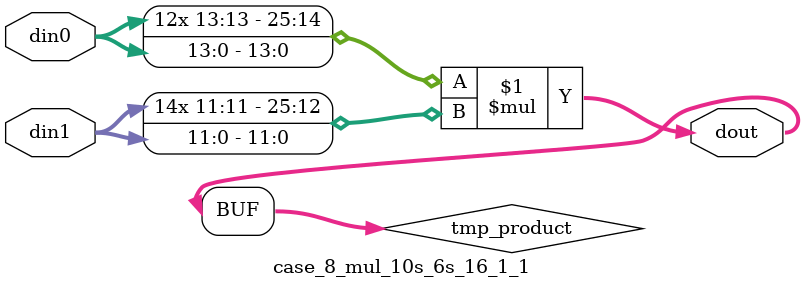
<source format=v>

`timescale 1 ns / 1 ps

 (* use_dsp = "no" *)  module case_8_mul_10s_6s_16_1_1(din0, din1, dout);
parameter ID = 1;
parameter NUM_STAGE = 0;
parameter din0_WIDTH = 14;
parameter din1_WIDTH = 12;
parameter dout_WIDTH = 26;

input [din0_WIDTH - 1 : 0] din0; 
input [din1_WIDTH - 1 : 0] din1; 
output [dout_WIDTH - 1 : 0] dout;

wire signed [dout_WIDTH - 1 : 0] tmp_product;



























assign tmp_product = $signed(din0) * $signed(din1);








assign dout = tmp_product;





















endmodule

</source>
